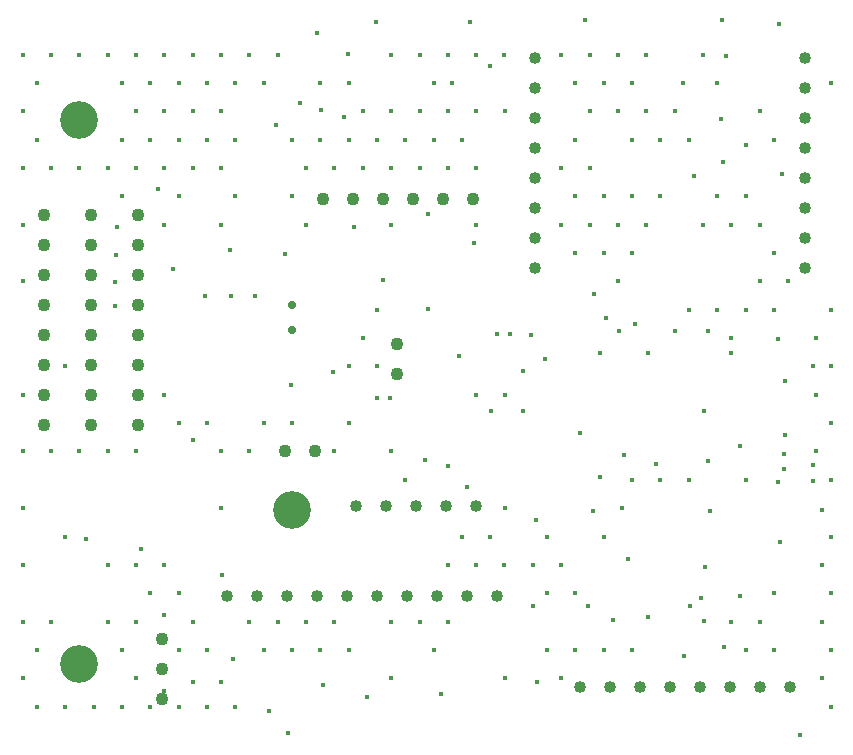
<source format=gbr>
%TF.GenerationSoftware,Altium Limited,Altium Designer,25.3.3 (18)*%
G04 Layer_Color=0*
%FSLAX45Y45*%
%MOMM*%
%TF.SameCoordinates,566CE66E-0970-42B3-A130-ADE81A1B3EF9*%
%TF.FilePolarity,Positive*%
%TF.FileFunction,Plated,1,2,PTH,Drill*%
%TF.Part,Single*%
G01*
G75*
%TA.AperFunction,ComponentDrill*%
%ADD89C,1.10000*%
%ADD90C,1.02000*%
%ADD91C,1.10000*%
%ADD92C,3.20000*%
%TA.AperFunction,ViaDrill,NotFilled*%
%ADD93C,0.40000*%
%ADD94C,0.71120*%
D89*
X1400000Y400000D02*
D03*
Y654000D02*
D03*
Y908000D02*
D03*
X3390900Y3149600D02*
D03*
Y3403600D02*
D03*
X1200000Y2976000D02*
D03*
Y2722000D02*
D03*
Y3484000D02*
D03*
Y3992000D02*
D03*
Y4246000D02*
D03*
Y4500000D02*
D03*
Y3738000D02*
D03*
Y3230000D02*
D03*
X800000Y2976000D02*
D03*
Y2722000D02*
D03*
Y3484000D02*
D03*
Y3992000D02*
D03*
Y4246000D02*
D03*
Y4500000D02*
D03*
Y3738000D02*
D03*
Y3230000D02*
D03*
X399999Y3484000D02*
D03*
Y3738000D02*
D03*
Y3230000D02*
D03*
Y4246000D02*
D03*
Y4500000D02*
D03*
Y3992000D02*
D03*
Y2976000D02*
D03*
Y2722000D02*
D03*
D90*
X4557000Y4305300D02*
D03*
Y4051300D02*
D03*
Y4559300D02*
D03*
Y4813300D02*
D03*
Y5067300D02*
D03*
Y5321300D02*
D03*
Y5575300D02*
D03*
Y5829300D02*
D03*
X6843000D02*
D03*
Y5575300D02*
D03*
Y5321300D02*
D03*
Y5067300D02*
D03*
Y4813300D02*
D03*
Y4559300D02*
D03*
Y4305300D02*
D03*
Y4051300D02*
D03*
X5700000Y500000D02*
D03*
X5446000D02*
D03*
X5954000D02*
D03*
X5192000D02*
D03*
X4938000D02*
D03*
X6716000D02*
D03*
X6208000D02*
D03*
X6462000D02*
D03*
X1950000Y1270000D02*
D03*
X2204000D02*
D03*
X2458000D02*
D03*
X2712000D02*
D03*
X2966000D02*
D03*
X3220000D02*
D03*
X3474000D02*
D03*
X3728000D02*
D03*
X3982000D02*
D03*
X4236000D02*
D03*
X3810000Y2032000D02*
D03*
X4064000D02*
D03*
X3556000D02*
D03*
X3302000D02*
D03*
X3048000D02*
D03*
D91*
X2768600Y4635500D02*
D03*
X3784600D02*
D03*
X4038600D02*
D03*
X3022600D02*
D03*
X3530600D02*
D03*
X3276600D02*
D03*
X2700000Y2500000D02*
D03*
X2446000D02*
D03*
D92*
X700000Y700000D02*
D03*
Y5300000D02*
D03*
X2500000Y2000000D02*
D03*
D93*
X1020000Y4400000D02*
D03*
X1000000Y3930000D02*
D03*
X2750000Y5390000D02*
D03*
X6348025Y5089329D02*
D03*
X6654375Y4844763D02*
D03*
X5910000Y4830000D02*
D03*
X2000000Y740000D02*
D03*
X2470000Y110000D02*
D03*
X6800000Y100000D02*
D03*
X6680000Y2640000D02*
D03*
X6670000Y2480000D02*
D03*
X1902200Y544000D02*
D03*
X6910000Y2380000D02*
D03*
X1662200Y544000D02*
D03*
X6990000Y2000832D02*
D03*
Y577400D02*
D03*
X1419997Y471500D02*
D03*
X6990000Y1057400D02*
D03*
Y1537401D02*
D03*
X7062201Y1777401D02*
D03*
X6910000Y2250000D02*
D03*
X6670000Y2350000D02*
D03*
X3136147Y418098D02*
D03*
X7062201Y2257401D02*
D03*
X1542200Y817400D02*
D03*
X2262200D02*
D03*
X6629987Y1729997D02*
D03*
X6616600Y2240000D02*
D03*
X3342200Y577400D02*
D03*
X5110000Y3329548D02*
D03*
X1419997Y1109998D02*
D03*
X5820000Y770000D02*
D03*
X5050000Y1990000D02*
D03*
X5347262Y1589735D02*
D03*
X5300000Y2020000D02*
D03*
X6025723Y3513393D02*
D03*
X6215182Y3330382D02*
D03*
X5742201Y3519548D02*
D03*
X6296539Y2539943D02*
D03*
X5994673Y2838306D02*
D03*
X5270000Y3519548D02*
D03*
X6222201Y3457401D02*
D03*
X5518802Y3327797D02*
D03*
X5159702Y3628697D02*
D03*
X1664443Y2595548D02*
D03*
X4297000Y5857401D02*
D03*
X4179992Y5759988D02*
D03*
X2310000Y300000D02*
D03*
X5220000Y1070000D02*
D03*
X5012276Y1187085D02*
D03*
X5520000Y1100000D02*
D03*
X2767935Y523301D02*
D03*
X6677579Y3098305D02*
D03*
X6620000Y3450000D02*
D03*
X6910000Y3217401D02*
D03*
X6942201Y3457401D02*
D03*
Y2497401D02*
D03*
Y2977401D02*
D03*
X3859992Y5619989D02*
D03*
X5999988Y1519997D02*
D03*
X6039988Y1989996D02*
D03*
X4300000Y1537401D02*
D03*
X6156600Y845284D02*
D03*
X5870050Y1185250D02*
D03*
X5990050Y1065250D02*
D03*
X5382201Y817400D02*
D03*
X5142201D02*
D03*
X4577764Y541837D02*
D03*
X4546591Y1189998D02*
D03*
X756600Y1760000D02*
D03*
X1366600Y4720000D02*
D03*
X2946600Y5330000D02*
D03*
X2566600Y5450000D02*
D03*
X3330000Y2950000D02*
D03*
X3225000D02*
D03*
X3625000Y2425000D02*
D03*
X6628330Y6117819D02*
D03*
X6146600Y6150000D02*
D03*
X4986600D02*
D03*
X4006600Y6130000D02*
D03*
X3216600D02*
D03*
X2716600Y6040000D02*
D03*
X6026600Y2420000D02*
D03*
X6176600Y5850000D02*
D03*
X4046600Y4260000D02*
D03*
X4461862Y3180930D02*
D03*
X4646600Y3280000D02*
D03*
X5316600Y2470000D02*
D03*
X2496600Y3060000D02*
D03*
X4456600Y2840000D02*
D03*
X4186600D02*
D03*
X5057711Y3831854D02*
D03*
X3652815Y4510160D02*
D03*
X3026600Y4400000D02*
D03*
X2846600Y3170000D02*
D03*
X2446600Y4170000D02*
D03*
X3766600Y440000D02*
D03*
X3986600Y2200000D02*
D03*
X1009248Y4161207D02*
D03*
X1006600Y3730000D02*
D03*
X1496600Y4040000D02*
D03*
X5586600Y2390000D02*
D03*
X6296600Y1270000D02*
D03*
X5966600Y1260000D02*
D03*
X1906600Y1450000D02*
D03*
X1226600Y1670000D02*
D03*
X6136600Y5310000D02*
D03*
X5816600Y5620000D02*
D03*
X2976600Y5860000D02*
D03*
X2366600Y5260000D02*
D03*
X1976600Y4200000D02*
D03*
X2186600Y3810000D02*
D03*
X1986600D02*
D03*
X1766600D02*
D03*
X7062201Y5617401D02*
D03*
Y3697401D02*
D03*
Y3217401D02*
D03*
Y2737401D02*
D03*
Y1297401D02*
D03*
Y817400D02*
D03*
Y337400D02*
D03*
X6702201Y3937401D02*
D03*
X6462201Y5377401D02*
D03*
X6582201Y5137401D02*
D03*
X6462201Y4417401D02*
D03*
X6582201Y4177401D02*
D03*
X6462201Y3937401D02*
D03*
X6582201Y3697401D02*
D03*
Y1297401D02*
D03*
X6462201Y1057400D02*
D03*
X6582201Y817400D02*
D03*
X6342201Y4657401D02*
D03*
X6222201Y4417401D02*
D03*
X6342201Y3697401D02*
D03*
Y2257401D02*
D03*
X6222201Y1057400D02*
D03*
X6342201Y817400D02*
D03*
X5982201Y5857401D02*
D03*
X6102201Y5617401D02*
D03*
Y4657401D02*
D03*
X5982201Y4417401D02*
D03*
X6102201Y3697401D02*
D03*
X5742201Y5377401D02*
D03*
X5862201Y5137401D02*
D03*
Y3697401D02*
D03*
Y2257401D02*
D03*
X5502201Y5857401D02*
D03*
Y5377401D02*
D03*
X5622201Y5137401D02*
D03*
Y4657401D02*
D03*
X5502201Y4417401D02*
D03*
X5622201Y2257401D02*
D03*
X5262201Y5857401D02*
D03*
X5382201Y5617401D02*
D03*
X5262201Y5377401D02*
D03*
X5382201Y5137401D02*
D03*
Y4657401D02*
D03*
X5262201Y4417401D02*
D03*
X5382201Y4177401D02*
D03*
X5262201Y3937401D02*
D03*
X5382201Y2257401D02*
D03*
X5022201Y5857401D02*
D03*
X5142201Y5617401D02*
D03*
X5022201Y5377401D02*
D03*
Y4897401D02*
D03*
X5142201Y4657401D02*
D03*
X5022201Y4417401D02*
D03*
X5142201Y4177401D02*
D03*
Y1777401D02*
D03*
X4782200Y5857401D02*
D03*
X4902201Y5617401D02*
D03*
Y5137401D02*
D03*
X4782200Y4897401D02*
D03*
X4902201Y4657401D02*
D03*
X4782200Y4417401D02*
D03*
X4902201Y4177401D02*
D03*
X4782200Y1537401D02*
D03*
X4902201Y1297401D02*
D03*
Y817400D02*
D03*
X4782200Y577400D02*
D03*
X4662200Y1777401D02*
D03*
X4542200Y1537401D02*
D03*
X4662200Y1297401D02*
D03*
Y817400D02*
D03*
X4302200Y5377401D02*
D03*
Y2977401D02*
D03*
Y2017401D02*
D03*
Y577400D02*
D03*
X4062200Y5857401D02*
D03*
Y5377401D02*
D03*
Y4897401D02*
D03*
Y4417401D02*
D03*
Y2977401D02*
D03*
X4182200Y1777401D02*
D03*
X4062200Y1537401D02*
D03*
X3822200Y5857401D02*
D03*
Y5377401D02*
D03*
X3942200Y5137401D02*
D03*
X3822200Y4897401D02*
D03*
X3942200Y1777401D02*
D03*
X3822200Y1537401D02*
D03*
Y1057400D02*
D03*
X3582200Y5857401D02*
D03*
X3702200Y5617401D02*
D03*
X3582200Y5377401D02*
D03*
X3702200Y5137401D02*
D03*
X3582200Y4897401D02*
D03*
Y1057400D02*
D03*
X3702200Y817400D02*
D03*
X3342200Y5857401D02*
D03*
Y5377401D02*
D03*
X3462200Y5137401D02*
D03*
X3342200Y4897401D02*
D03*
Y4417401D02*
D03*
Y2497401D02*
D03*
X3462200Y2257401D02*
D03*
X3342200Y1057400D02*
D03*
X3102200Y5377401D02*
D03*
X3222200Y5137401D02*
D03*
X3102200Y4897401D02*
D03*
X3222200Y3697401D02*
D03*
X3102200Y3457401D02*
D03*
X3222200Y3217401D02*
D03*
X2982200Y5617401D02*
D03*
Y5137401D02*
D03*
X2862200Y4897401D02*
D03*
X2982200Y3217401D02*
D03*
Y2737401D02*
D03*
X2862200Y2497401D02*
D03*
Y1057400D02*
D03*
X2982200Y817400D02*
D03*
X2742200Y5617401D02*
D03*
Y5137401D02*
D03*
X2622200Y4897401D02*
D03*
Y4417401D02*
D03*
Y1057400D02*
D03*
X2742200Y817400D02*
D03*
X2382200Y5857401D02*
D03*
X2502200Y5137401D02*
D03*
Y4657401D02*
D03*
Y2737401D02*
D03*
X2382200Y1057400D02*
D03*
X2502200Y817400D02*
D03*
X2142200Y5857401D02*
D03*
X2262200Y5617401D02*
D03*
Y2737401D02*
D03*
X2142200Y2497401D02*
D03*
Y1057400D02*
D03*
X1902200Y5857401D02*
D03*
X2022200Y5617401D02*
D03*
X1902200Y5377401D02*
D03*
X2022200Y5137401D02*
D03*
X1902200Y4897401D02*
D03*
X2022200Y4657401D02*
D03*
X1902200Y4417401D02*
D03*
Y2497401D02*
D03*
Y2017401D02*
D03*
X2022200Y337400D02*
D03*
X1662200Y5857401D02*
D03*
X1782200Y5617401D02*
D03*
X1662200Y5377401D02*
D03*
X1782200Y5137401D02*
D03*
X1662200Y4897401D02*
D03*
X1782200Y2737401D02*
D03*
X1662200Y1057400D02*
D03*
X1782200Y817400D02*
D03*
Y337400D02*
D03*
X1422200Y5857401D02*
D03*
X1542200Y5617401D02*
D03*
X1422200Y5377401D02*
D03*
X1542200Y5137401D02*
D03*
X1422200Y4897401D02*
D03*
X1542200Y4657401D02*
D03*
X1422200Y4417401D02*
D03*
Y2977401D02*
D03*
X1542200Y2737401D02*
D03*
X1422200Y1537401D02*
D03*
X1542200Y1297401D02*
D03*
Y337400D02*
D03*
X1182200Y5857401D02*
D03*
X1302200Y5617401D02*
D03*
X1182200Y5377401D02*
D03*
X1302200Y5137401D02*
D03*
X1182200Y4897401D02*
D03*
Y2497401D02*
D03*
Y1537401D02*
D03*
X1302200Y1297401D02*
D03*
X1182200Y1057400D02*
D03*
Y577400D02*
D03*
X1302200Y337400D02*
D03*
X942200Y5857401D02*
D03*
X1062200Y5617401D02*
D03*
Y5137401D02*
D03*
X942200Y4897401D02*
D03*
X1062200Y4657401D02*
D03*
X942200Y2497401D02*
D03*
Y1537401D02*
D03*
Y1057400D02*
D03*
X1062200Y817400D02*
D03*
Y337400D02*
D03*
X702200Y5857401D02*
D03*
Y4897401D02*
D03*
Y2497401D02*
D03*
X822200Y337400D02*
D03*
X462200Y5857401D02*
D03*
Y4897401D02*
D03*
X582200Y3217401D02*
D03*
X462200Y2497401D02*
D03*
X582200Y1777401D02*
D03*
X462200Y1057400D02*
D03*
X582200Y337400D02*
D03*
X222200Y5857401D02*
D03*
X342200Y5617401D02*
D03*
X222200Y5377401D02*
D03*
X342200Y5137401D02*
D03*
X222200Y4897401D02*
D03*
Y4417401D02*
D03*
Y3937401D02*
D03*
Y2977401D02*
D03*
Y2497401D02*
D03*
Y2017401D02*
D03*
Y1537401D02*
D03*
Y1057400D02*
D03*
X342200Y817400D02*
D03*
X222200Y577400D02*
D03*
X342200Y337400D02*
D03*
X3920000Y3310000D02*
D03*
X3825000Y2375000D02*
D03*
X5410000Y3580000D02*
D03*
X4940000Y2650000D02*
D03*
X4570000Y1920000D02*
D03*
X5110000Y2280000D02*
D03*
X4530000Y3480000D02*
D03*
X4350000Y3490000D02*
D03*
X4240000D02*
D03*
X6150000Y4950000D02*
D03*
X3275000Y3950000D02*
D03*
X3650000Y3700000D02*
D03*
D94*
X2500000Y3530000D02*
D03*
Y3740000D02*
D03*
%TF.MD5,51036e448f83a21fa5a65db0b092fe30*%
M02*

</source>
